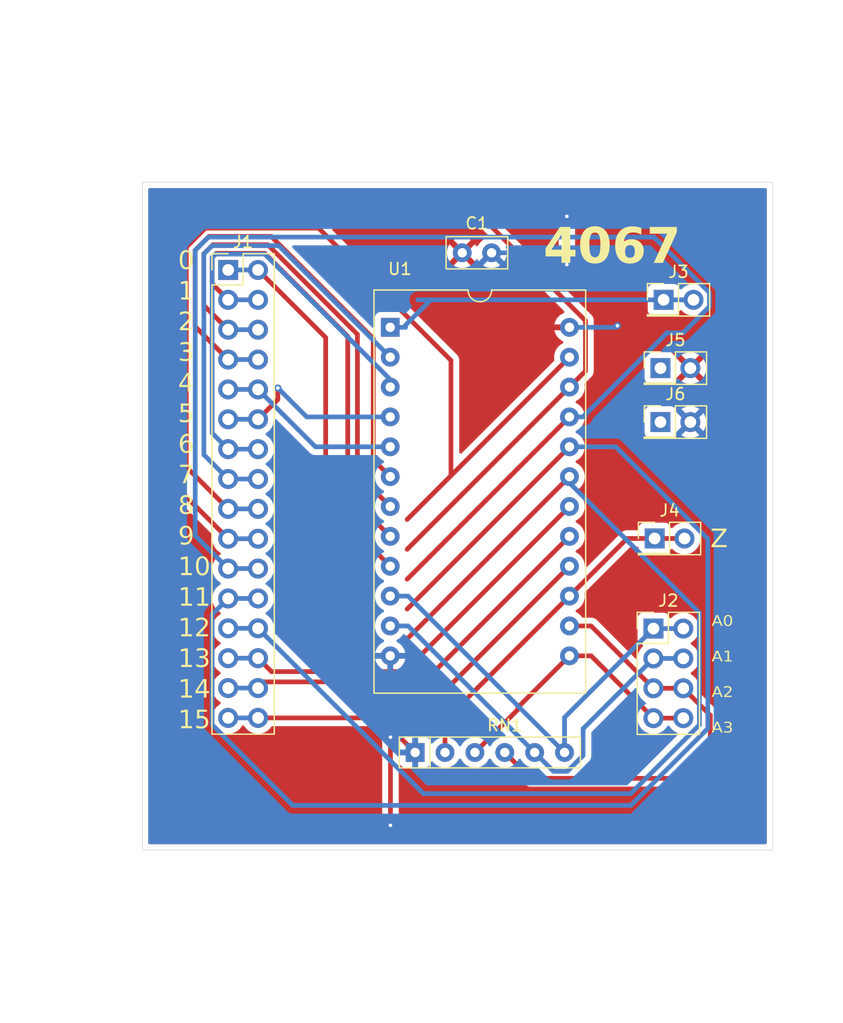
<source format=kicad_pcb>
(kicad_pcb (version 20241229) (generator "pcbnew") (generator_version "9.0")
  (layers (0 "F.Cu" signal) (2 "B.Cu" signal) (13 "F.Paste" user) (15 "B.Paste" user) (5 "F.SilkS" user "F.Silkscreen") (7 "B.SilkS" user "B.Silkscreen") (1 "F.Mask" user) (3 "B.Mask" user) (25 "Edge.Cuts" user))
  (net 0 "")
  (net 1 "GND")
  (net 2 "Net-(J1-Pin_1)")
  (net 3 "Net-(J3-Pin_1)")
  (net 4 "Net-(J4-Pin_1)")
  (net 5 "Net-(J2-Pin_1)")
  (net 6 "Net-(J2-Pin_5)")
  (net 7 "Net-(J2-Pin_3)")
  (net 8 "VCC")
  (net 9 "Net-(J1-Pin_11)")
  (net 10 "Net-(J1-Pin_3)")
  (net 11 "Net-(J1-Pin_21)")
  (net 12 "Net-(J1-Pin_25)")
  (net 13 "Net-(J1-Pin_19)")
  (net 14 "Net-(J1-Pin_23)")
  (net 15 "Net-(J1-Pin_10)")
  (net 16 "Net-(J1-Pin_31)")
  (net 17 "Net-(J1-Pin_27)")
  (net 18 "Net-(J1-Pin_29)")
  (net 19 "Net-(J1-Pin_5)")
  (net 20 "Net-(J1-Pin_15)")
  (net 21 "Net-(J1-Pin_17)")
  (net 22 "Net-(J1-Pin_13)")
  (net 23 "Net-(J1-Pin_7)")
  (net 26 "Net-(J2-Pin_7)")
  (footprint "Connector_PinHeader_2.54mm:PinHeader_2x01_P2.54mm_Vertical" (layer "F.Cu") (at 165.16 84.6)
    (property "Reference" "J4" (at 1.27 -2.38 0) (layer "F.SilkS"))
    (property "Value" "Conn_02x01")
    (fp_line (start -1.38 -1.38) (end 0 -1.38) (stroke (width 0.12)) (layer "F.SilkS"))
    (fp_line (start -1.38 0) (end -1.38 -1.38) (stroke (width 0.12)) (layer "F.SilkS"))
    (fp_line (start -1.38 1.27) (end -1.38 1.38) (stroke (width 0.12)) (layer "F.SilkS"))
    (fp_line (start -1.38 1.27) (end 1.27 1.27) (stroke (width 0.12)) (layer "F.SilkS"))
    (fp_line (start -1.38 1.38) (end 3.92 1.38) (stroke (width 0.12)) (layer "F.SilkS"))
    (fp_line (start 1.27 -1.38) (end 3.92 -1.38) (stroke (width 0.12)) (layer "F.SilkS"))
    (fp_line (start 1.27 1.27) (end 1.27 -1.38) (stroke (width 0.12)) (layer "F.SilkS"))
    (fp_line (start 3.92 -1.38) (end 3.92 1.38) (stroke (width 0.12)) (layer "F.SilkS"))
    (pad "1" thru_hole rect (at 0 0) (size 1.7 1.7) (drill 1) (layers "*.Cu" "*.Mask") (net 4 "Net-(J4-Pin_1)"))
    (pad "2" thru_hole circle (at 2.54 0) (size 1.7 1.7) (drill 1) (layers "*.Cu" "*.Mask") (net 4 "Net-(J4-Pin_1)"))
  )
  (footprint "Connector_PinHeader_2.54mm:PinHeader_2x01_P2.54mm_Vertical" (layer "F.Cu") (at 165.925 64.3)
    (property "Reference" "J3" (at 1.27 -2.38 0) (layer "F.SilkS"))
    (property "Value" "Conn_02x01")
    (fp_line (start -1.38 -1.38) (end 0 -1.38) (stroke (width 0.12)) (layer "F.SilkS"))
    (fp_line (start -1.38 0) (end -1.38 -1.38) (stroke (width 0.12)) (layer "F.SilkS"))
    (fp_line (start -1.38 1.27) (end -1.38 1.38) (stroke (width 0.12)) (layer "F.SilkS"))
    (fp_line (start -1.38 1.27) (end 1.27 1.27) (stroke (width 0.12)) (layer "F.SilkS"))
    (fp_line (start -1.38 1.38) (end 3.92 1.38) (stroke (width 0.12)) (layer "F.SilkS"))
    (fp_line (start 1.27 -1.38) (end 3.92 -1.38) (stroke (width 0.12)) (layer "F.SilkS"))
    (fp_line (start 1.27 1.27) (end 1.27 -1.38) (stroke (width 0.12)) (layer "F.SilkS"))
    (fp_line (start 3.92 -1.38) (end 3.92 1.38) (stroke (width 0.12)) (layer "F.SilkS"))
    (pad "1" thru_hole rect (at 0 0) (size 1.7 1.7) (drill 1) (layers "*.Cu" "*.Mask") (net 3 "Net-(J3-Pin_1)"))
    (pad "2" thru_hole circle (at 2.54 0) (size 1.7 1.7) (drill 1) (layers "*.Cu" "*.Mask") (net 3 "Net-(J3-Pin_1)"))
  )
  (footprint "Resistor_THT:R_Array_SIP6" (layer "F.Cu") (at 144.8 102.8)
    (property "Reference" "RN1" (at 7.62 -2.31 0) (layer "F.SilkS"))
    (property "Value" "R_Net")
    (fp_line (start 1.27 -1.31) (end 1.27 1.31) (stroke (width 0.12)) (layer "F.SilkS"))
    (fp_rect (start -1.35 -1.31) (end 14.05 1.31) (stroke (width 0.12)) (fill no) (layer "F.SilkS"))
    (pad "1" thru_hole rect (at 0 0) (size 1.6 1.6) (drill 0.8) (layers "*.Cu" "*.Mask") (net 1 "GND"))
    (pad "2" thru_hole circle (at 2.54 0) (size 1.6 1.6) (drill 0.8) (layers "*.Cu" "*.Mask") (net 4 "Net-(J4-Pin_1)"))
    (pad "3" thru_hole circle (at 5.08 0) (size 1.6 1.6) (drill 0.8) (layers "*.Cu" "*.Mask") (net 26 "Net-(J2-Pin_7)"))
    (pad "4" thru_hole circle (at 7.62 0) (size 1.6 1.6) (drill 0.8) (layers "*.Cu" "*.Mask") (net 6 "Net-(J2-Pin_5)"))
    (pad "5" thru_hole circle (at 10.16 0) (size 1.6 1.6) (drill 0.8) (layers "*.Cu" "*.Mask") (net 7 "Net-(J2-Pin_3)"))
    (pad "6" thru_hole circle (at 12.7 0) (size 1.6 1.6) (drill 0.8) (layers "*.Cu" "*.Mask") (net 5 "Net-(J2-Pin_1)"))
  )
  (footprint "Connector_PinHeader_2.54mm:PinHeader_2x04_P2.54mm_Vertical" (layer "F.Cu") (at 165.06 92.26)
    (property "Reference" "J2" (at 1.27 -2.38 0) (layer "F.SilkS"))
    (property "Value" "Conn_02x04_Odd_Even")
    (fp_line (start -1.38 -1.38) (end 0 -1.38) (stroke (width 0.12)) (layer "F.SilkS"))
    (fp_line (start -1.38 0) (end -1.38 -1.38) (stroke (width 0.12)) (layer "F.SilkS"))
    (fp_line (start -1.38 1.27) (end -1.38 9) (stroke (width 0.12)) (layer "F.SilkS"))
    (fp_line (start -1.38 1.27) (end 1.27 1.27) (stroke (width 0.12)) (layer "F.SilkS"))
    (fp_line (start -1.38 9) (end 3.92 9) (stroke (width 0.12)) (layer "F.SilkS"))
    (fp_line (start 1.27 -1.38) (end 3.92 -1.38) (stroke (width 0.12)) (layer "F.SilkS"))
    (fp_line (start 1.27 1.27) (end 1.27 -1.38) (stroke (width 0.12)) (layer "F.SilkS"))
    (fp_line (start 3.92 -1.38) (end 3.92 9) (stroke (width 0.12)) (layer "F.SilkS"))
    (pad "1" thru_hole rect (at 0 0) (size 1.7 1.7) (drill 1) (layers "*.Cu" "*.Mask") (net 5 "Net-(J2-Pin_1)"))
    (pad "2" thru_hole circle (at 2.54 0) (size 1.7 1.7) (drill 1) (layers "*.Cu" "*.Mask") (net 5 "Net-(J2-Pin_1)"))
    (pad "3" thru_hole circle (at 0 2.54) (size 1.7 1.7) (drill 1) (layers "*.Cu" "*.Mask") (net 7 "Net-(J2-Pin_3)"))
    (pad "4" thru_hole circle (at 2.54 2.54) (size 1.7 1.7) (drill 1) (layers "*.Cu" "*.Mask") (net 7 "Net-(J2-Pin_3)"))
    (pad "5" thru_hole circle (at 0 5.08) (size 1.7 1.7) (drill 1) (layers "*.Cu" "*.Mask") (net 6 "Net-(J2-Pin_5)"))
    (pad "6" thru_hole circle (at 2.54 5.08) (size 1.7 1.7) (drill 1) (layers "*.Cu" "*.Mask") (net 6 "Net-(J2-Pin_5)"))
    (pad "7" thru_hole circle (at 0 7.62) (size 1.7 1.7) (drill 1) (layers "*.Cu" "*.Mask") (net 26 "Net-(J2-Pin_7)"))
    (pad "8" thru_hole circle (at 2.54 7.62) (size 1.7 1.7) (drill 1) (layers "*.Cu" "*.Mask") (net 26 "Net-(J2-Pin_7)"))
  )
  (footprint "Connector_PinHeader_2.54mm:PinHeader_2x01_P2.54mm_Vertical" (layer "F.Cu") (at 165.66 70.11)
    (property "Reference" "J5" (at 1.27 -2.38 0) (layer "F.SilkS"))
    (property "Value" "VCC")
    (fp_line (start -1.38 -1.38) (end 0 -1.38) (stroke (width 0.12)) (layer "F.SilkS"))
    (fp_line (start -1.38 0) (end -1.38 -1.38) (stroke (width 0.12)) (layer "F.SilkS"))
    (fp_line (start -1.38 1.27) (end -1.38 1.38) (stroke (width 0.12)) (layer "F.SilkS"))
    (fp_line (start -1.38 1.27) (end 1.27 1.27) (stroke (width 0.12)) (layer "F.SilkS"))
    (fp_line (start -1.38 1.38) (end 3.92 1.38) (stroke (width 0.12)) (layer "F.SilkS"))
    (fp_line (start 1.27 -1.38) (end 3.92 -1.38) (stroke (width 0.12)) (layer "F.SilkS"))
    (fp_line (start 1.27 1.27) (end 1.27 -1.38) (stroke (width 0.12)) (layer "F.SilkS"))
    (fp_line (start 3.92 -1.38) (end 3.92 1.38) (stroke (width 0.12)) (layer "F.SilkS"))
    (pad "1" thru_hole rect (at 0 0) (size 1.7 1.7) (drill 1) (layers "*.Cu" "*.Mask"))
    (pad "2" thru_hole circle (at 2.54 0) (size 1.7 1.7) (drill 1) (layers "*.Cu" "*.Mask") (net 8 "VCC"))
  )
  (footprint "Connector_PinHeader_2.54mm:PinHeader_2x16_P2.54mm_Vertical" (layer "F.Cu") (at 128.9 61.76)
    (property "Reference" "J1" (at 1.27 -2.38 0) (layer "F.SilkS"))
    (property "Value" "Conn_02x16_Odd_Even")
    (fp_line (start -1.38 -1.38) (end 0 -1.38) (stroke (width 0.12)) (layer "F.SilkS"))
    (fp_line (start -1.38 0) (end -1.38 -1.38) (stroke (width 0.12)) (layer "F.SilkS"))
    (fp_line (start -1.38 1.27) (end -1.38 39.48) (stroke (width 0.12)) (layer "F.SilkS"))
    (fp_line (start -1.38 1.27) (end 1.27 1.27) (stroke (width 0.12)) (layer "F.SilkS"))
    (fp_line (start -1.38 39.48) (end 3.92 39.48) (stroke (width 0.12)) (layer "F.SilkS"))
    (fp_line (start 1.27 -1.38) (end 3.92 -1.38) (stroke (width 0.12)) (layer "F.SilkS"))
    (fp_line (start 1.27 1.27) (end 1.27 -1.38) (stroke (width 0.12)) (layer "F.SilkS"))
    (fp_line (start 3.92 -1.38) (end 3.92 39.48) (stroke (width 0.12)) (layer "F.SilkS"))
    (pad "1" thru_hole rect (at 0 0) (size 1.7 1.7) (drill 1) (layers "*.Cu" "*.Mask") (net 2 "Net-(J1-Pin_1)"))
    (pad "2" thru_hole circle (at 2.54 0) (size 1.7 1.7) (drill 1) (layers "*.Cu" "*.Mask") (net 2 "Net-(J1-Pin_1)"))
    (pad "3" thru_hole circle (at 0 2.54) (size 1.7 1.7) (drill 1) (layers "*.Cu" "*.Mask") (net 10 "Net-(J1-Pin_3)"))
    (pad "4" thru_hole circle (at 2.54 2.54) (size 1.7 1.7) (drill 1) (layers "*.Cu" "*.Mask") (net 10 "Net-(J1-Pin_3)"))
    (pad "5" thru_hole circle (at 0 5.08) (size 1.7 1.7) (drill 1) (layers "*.Cu" "*.Mask") (net 19 "Net-(J1-Pin_5)"))
    (pad "6" thru_hole circle (at 2.54 5.08) (size 1.7 1.7) (drill 1) (layers "*.Cu" "*.Mask") (net 19 "Net-(J1-Pin_5)"))
    (pad "7" thru_hole circle (at 0 7.62) (size 1.7 1.7) (drill 1) (layers "*.Cu" "*.Mask") (net 23 "Net-(J1-Pin_7)"))
    (pad "8" thru_hole circle (at 2.54 7.62) (size 1.7 1.7) (drill 1) (layers "*.Cu" "*.Mask") (net 23 "Net-(J1-Pin_7)"))
    (pad "9" thru_hole circle (at 0 10.16) (size 1.7 1.7) (drill 1) (layers "*.Cu" "*.Mask") (net 15 "Net-(J1-Pin_10)"))
    (pad "10" thru_hole circle (at 2.54 10.16) (size 1.7 1.7) (drill 1) (layers "*.Cu" "*.Mask") (net 15 "Net-(J1-Pin_10)"))
    (pad "11" thru_hole circle (at 0 12.7) (size 1.7 1.7) (drill 1) (layers "*.Cu" "*.Mask") (net 9 "Net-(J1-Pin_11)"))
    (pad "12" thru_hole circle (at 2.54 12.7) (size 1.7 1.7) (drill 1) (layers "*.Cu" "*.Mask") (net 9 "Net-(J1-Pin_11)"))
    (pad "13" thru_hole circle (at 0 15.24) (size 1.7 1.7) (drill 1) (layers "*.Cu" "*.Mask") (net 22 "Net-(J1-Pin_13)"))
    (pad "14" thru_hole circle (at 2.54 15.24) (size 1.7 1.7) (drill 1) (layers "*.Cu" "*.Mask") (net 22 "Net-(J1-Pin_13)"))
    (pad "15" thru_hole circle (at 0 17.78) (size 1.7 1.7) (drill 1) (layers "*.Cu" "*.Mask") (net 20 "Net-(J1-Pin_15)"))
    (pad "16" thru_hole circle (at 2.54 17.78) (size 1.7 1.7) (drill 1) (layers "*.Cu" "*.Mask") (net 20 "Net-(J1-Pin_15)"))
    (pad "17" thru_hole circle (at 0 20.32) (size 1.7 1.7) (drill 1) (layers "*.Cu" "*.Mask") (net 21 "Net-(J1-Pin_17)"))
    (pad "18" thru_hole circle (at 2.54 20.32) (size 1.7 1.7) (drill 1) (layers "*.Cu" "*.Mask") (net 21 "Net-(J1-Pin_17)"))
    (pad "19" thru_hole circle (at 0 22.86) (size 1.7 1.7) (drill 1) (layers "*.Cu" "*.Mask") (net 13 "Net-(J1-Pin_19)"))
    (pad "20" thru_hole circle (at 2.54 22.86) (size 1.7 1.7) (drill 1) (layers "*.Cu" "*.Mask") (net 13 "Net-(J1-Pin_19)"))
    (pad "21" thru_hole circle (at 0 25.4) (size 1.7 1.7) (drill 1) (layers "*.Cu" "*.Mask") (net 11 "Net-(J1-Pin_21)"))
    (pad "22" thru_hole circle (at 2.54 25.4) (size 1.7 1.7) (drill 1) (layers "*.Cu" "*.Mask") (net 11 "Net-(J1-Pin_21)"))
    (pad "23" thru_hole circle (at 0 27.94) (size 1.7 1.7) (drill 1) (layers "*.Cu" "*.Mask") (net 14 "Net-(J1-Pin_23)"))
    (pad "24" thru_hole circle (at 2.54 27.94) (size 1.7 1.7) (drill 1) (layers "*.Cu" "*.Mask") (net 14 "Net-(J1-Pin_23)"))
    (pad "25" thru_hole circle (at 0 30.48) (size 1.7 1.7) (drill 1) (layers "*.Cu" "*.Mask") (net 12 "Net-(J1-Pin_25)"))
    (pad "26" thru_hole circle (at 2.54 30.48) (size 1.7 1.7) (drill 1) (layers "*.Cu" "*.Mask") (net 12 "Net-(J1-Pin_25)"))
    (pad "27" thru_hole circle (at 0 33.02) (size 1.7 1.7) (drill 1) (layers "*.Cu" "*.Mask") (net 17 "Net-(J1-Pin_27)"))
    (pad "28" thru_hole circle (at 2.54 33.02) (size 1.7 1.7) (drill 1) (layers "*.Cu" "*.Mask") (net 17 "Net-(J1-Pin_27)"))
    (pad "29" thru_hole circle (at 0 35.56) (size 1.7 1.7) (drill 1) (layers "*.Cu" "*.Mask") (net 18 "Net-(J1-Pin_29)"))
    (pad "30" thru_hole circle (at 2.54 35.56) (size 1.7 1.7) (drill 1) (layers "*.Cu" "*.Mask") (net 18 "Net-(J1-Pin_29)"))
    (pad "31" thru_hole circle (at 0 38.1) (size 1.7 1.7) (drill 1) (layers "*.Cu" "*.Mask") (net 16 "Net-(J1-Pin_31)"))
    (pad "32" thru_hole circle (at 2.54 38.1) (size 1.7 1.7) (drill 1) (layers "*.Cu" "*.Mask") (net 16 "Net-(J1-Pin_31)"))
  )
  (footprint "Package_DIP:DIP-24_18.0mmx34.29mm_W15.24mm" (layer "F.Cu") (at 142.68 66.64)
    (property "Reference" "U1" (at 0.82 -4.97 0) (layer "F.SilkS"))
    (property "Value" "CD4067")
    (fp_line (start -1.38 -3.175) (end -1.38 31.115) (stroke (width 0.12)) (layer "F.SilkS"))
    (fp_line (start -1.38 31.115) (end 16.62 31.115) (stroke (width 0.12)) (layer "F.SilkS"))
    (fp_line (start 6.62 -3.175) (end -1.38 -3.175) (stroke (width 0.12)) (layer "F.SilkS"))
    (fp_line (start 16.62 -3.175) (end 8.62 -3.175) (stroke (width 0.12)) (layer "F.SilkS"))
    (fp_line (start 16.62 31.115) (end 16.62 -3.175) (stroke (width 0.12)) (layer "F.SilkS"))
    (fp_arc (start 8.62 -3.175) (mid 7.62 -2.175) (end 6.62 -3.175) (stroke (width 0.12)) (layer "F.SilkS"))
    (pad "1" thru_hole rect (at 0 0) (size 1.6 1.6) (drill 0.8) (layers "*.Cu" "*.Mask") (net 3 "Net-(J3-Pin_1)"))
    (pad "2" thru_hole oval (at 0 2.54) (size 1.6 1.6) (drill 0.8) (layers "*.Cu" "*.Mask") (net 20 "Net-(J1-Pin_15)"))
    (pad "3" thru_hole oval (at 0 5.08) (size 1.6 1.6) (drill 0.8) (layers "*.Cu" "*.Mask") (net 22 "Net-(J1-Pin_13)"))
    (pad "4" thru_hole oval (at 0 7.62) (size 1.6 1.6) (drill 0.8) (layers "*.Cu" "*.Mask") (net 9 "Net-(J1-Pin_11)"))
    (pad "5" thru_hole oval (at 0 10.16) (size 1.6 1.6) (drill 0.8) (layers "*.Cu" "*.Mask") (net 15 "Net-(J1-Pin_10)"))
    (pad "6" thru_hole oval (at 0 12.7) (size 1.6 1.6) (drill 0.8) (layers "*.Cu" "*.Mask") (net 23 "Net-(J1-Pin_7)"))
    (pad "7" thru_hole oval (at 0 15.24) (size 1.6 1.6) (drill 0.8) (layers "*.Cu" "*.Mask") (net 19 "Net-(J1-Pin_5)"))
    (pad "8" thru_hole oval (at 0 17.78) (size 1.6 1.6) (drill 0.8) (layers "*.Cu" "*.Mask") (net 10 "Net-(J1-Pin_3)"))
    (pad "9" thru_hole oval (at 0 20.32) (size 1.6 1.6) (drill 0.8) (layers "*.Cu" "*.Mask") (net 2 "Net-(J1-Pin_1)"))
    (pad "10" thru_hole oval (at 0 22.86) (size 1.6 1.6) (drill 0.8) (layers "*.Cu" "*.Mask") (net 5 "Net-(J2-Pin_1)"))
    (pad "11" thru_hole oval (at 0 25.4) (size 1.6 1.6) (drill 0.8) (layers "*.Cu" "*.Mask") (net 7 "Net-(J2-Pin_3)"))
    (pad "12" thru_hole oval (at 0 27.94) (size 1.6 1.6) (drill 0.8) (layers "*.Cu" "*.Mask") (net 1 "GND"))
    (pad "13" thru_hole oval (at 15.24 27.94) (size 1.6 1.6) (drill 0.8) (layers "*.Cu" "*.Mask") (net 26 "Net-(J2-Pin_7)"))
    (pad "14" thru_hole oval (at 15.24 25.4) (size 1.6 1.6) (drill 0.8) (layers "*.Cu" "*.Mask") (net 6 "Net-(J2-Pin_5)"))
    (pad "15" thru_hole oval (at 15.24 22.86) (size 1.6 1.6) (drill 0.8) (layers "*.Cu" "*.Mask") (net 4 "Net-(J4-Pin_1)"))
    (pad "16" thru_hole oval (at 15.24 20.32) (size 1.6 1.6) (drill 0.8) (layers "*.Cu" "*.Mask") (net 16 "Net-(J1-Pin_31)"))
    (pad "17" thru_hole oval (at 15.24 17.78) (size 1.6 1.6) (drill 0.8) (layers "*.Cu" "*.Mask") (net 18 "Net-(J1-Pin_29)"))
    (pad "18" thru_hole oval (at 15.24 15.24) (size 1.6 1.6) (drill 0.8) (layers "*.Cu" "*.Mask") (net 17 "Net-(J1-Pin_27)"))
    (pad "19" thru_hole oval (at 15.24 12.7) (size 1.6 1.6) (drill 0.8) (layers "*.Cu" "*.Mask") (net 12 "Net-(J1-Pin_25)"))
    (pad "20" thru_hole oval (at 15.24 10.16) (size 1.6 1.6) (drill 0.8) (layers "*.Cu" "*.Mask") (net 14 "Net-(J1-Pin_23)"))
    (pad "21" thru_hole oval (at 15.24 7.62) (size 1.6 1.6) (drill 0.8) (layers "*.Cu" "*.Mask") (net 11 "Net-(J1-Pin_21)"))
    (pad "22" thru_hole oval (at 15.24 5.08) (size 1.6 1.6) (drill 0.8) (layers "*.Cu" "*.Mask") (net 13 "Net-(J1-Pin_19)"))
    (pad "23" thru_hole oval (at 15.24 2.54) (size 1.6 1.6) (drill 0.8) (layers "*.Cu" "*.Mask") (net 21 "Net-(J1-Pin_17)"))
    (pad "24" thru_hole oval (at 15.24 0) (size 1.6 1.6) (drill 0.8) (layers "*.Cu" "*.Mask") (net 8 "VCC"))
  )
  (footprint "Capacitor_THT:C_Disc_D5.0mm_W2.5mm_P2.50mm" (layer "F.Cu") (at 148.8 60.3)
    (property "Reference" "C1" (at 1.25 -2.5 0) (layer "F.SilkS"))
    (property "Value" "100n")
    (fp_line (start -1.37 -1.37) (end 3.87 -1.37) (stroke (width 0.12)) (layer "F.SilkS"))
    (fp_line (start -1.37 1.37) (end -1.37 -1.37) (stroke (width 0.12)) (layer "F.SilkS"))
    (fp_line (start 3.87 -1.37) (end 3.87 1.37) (stroke (width 0.12)) (layer "F.SilkS"))
    (fp_line (start 3.87 1.37) (end -1.37 1.37) (stroke (width 0.12)) (layer "F.SilkS"))
    (pad "1" thru_hole circle (at 0 0) (size 1.6 1.6) (drill 0.8) (layers "*.Cu" "*.Mask") (net 8 "VCC"))
    (pad "2" thru_hole circle (at 2.5 0) (size 1.6 1.6) (drill 0.8) (layers "*.Cu" "*.Mask") (net 1 "GND"))
  )
  (footprint "Connector_PinHeader_2.54mm:PinHeader_2x01_P2.54mm_Vertical" (layer "F.Cu") (at 165.66 74.7)
    (property "Reference" "J6" (at 1.27 -2.38 0) (layer "F.SilkS"))
    (property "Value" "GND")
    (fp_line (start -1.38 -1.38) (end 0 -1.38) (stroke (width 0.12)) (layer "F.SilkS"))
    (fp_line (start -1.38 0) (end -1.38 -1.38) (stroke (width 0.12)) (layer "F.SilkS"))
    (fp_line (start -1.38 1.27) (end -1.38 1.38) (stroke (width 0.12)) (layer "F.SilkS"))
    (fp_line (start -1.38 1.27) (end 1.27 1.27) (stroke (width 0.12)) (layer "F.SilkS"))
    (fp_line (start -1.38 1.38) (end 3.92 1.38) (stroke (width 0.12)) (layer "F.SilkS"))
    (fp_line (start 1.27 -1.38) (end 3.92 -1.38) (stroke (width 0.12)) (layer "F.SilkS"))
    (fp_line (start 1.27 1.27) (end 1.27 -1.38) (stroke (width 0.12)) (layer "F.SilkS"))
    (fp_line (start 3.92 -1.38) (end 3.92 1.38) (stroke (width 0.12)) (layer "F.SilkS"))
    (pad "1" thru_hole rect (at 0 0) (size 1.7 1.7) (drill 1) (layers "*.Cu" "*.Mask"))
    (pad "2" thru_hole circle (at 2.54 0) (size 1.7 1.7) (drill 1) (layers "*.Cu" "*.Mask") (net 1 "GND"))
  )
  (gr_rect (start 121.6 54.3) (end 175.2 111.1) (stroke (width 0.05)) (fill no) (layer "Edge.Cuts"))
  (gr_text "0\n1\n2\n3\n4\n5\n6\n7\n8\n9\n10\n11\n12\n13\n14\n15" (at 124.64 101 0) (layer "F.SilkS") (effects (font (size 1.55 1.55) (thickness 0.1)) (justify left bottom)))
  (gr_text "Z" (at 169.9 85.6 0) (layer "F.SilkS") (effects (font (size 1.55 1.55) (thickness 0.1)) (justify left bottom)))
  (gr_text "A0\n\nA1\n\nA2\n\nA3\n" (at 170 101.26 0) (layer "F.SilkS") (effects (font (size 0.9 1) (thickness 0.1)) (justify left bottom)))
  (gr_text "4067" (at 155.7 61.67 0) (layer "F.SilkS") (effects (font (size 3 3) (thickness 0.31) (bold yes)) (justify left bottom)))
  (segment (start 143.5 101.5) (end 144.8 102.8) (width 0.4) (layer "F.Cu") (net 1))
  (segment (start 142.7 101.5) (end 143.5 101.5) (width 0.4) (layer "F.Cu") (net 1))
  (segment (start 142.7 109) (end 142.7 101.5) (width 0.4) (layer "F.Cu") (net 1))
  (segment (start 157.7 57.2) (end 157.7 61.3) (width 0.4) (layer "F.Cu") (net 1))
  (via (at 157.7 57.2) (size 0.6) (drill 0.3) (layers "F.Cu" "B.Cu") (net 1))
  (via (at 142.7 101.5) (size 0.6) (drill 0.3) (layers "F.Cu" "B.Cu") (net 1))
  (via (at 142.7 109) (size 0.6) (drill 0.3) (layers "F.Cu" "B.Cu") (net 1))
  (via (at 157.7 61.3) (size 0.6) (drill 0.3) (layers "F.Cu" "B.Cu") (net 1))
  (segment (start 170.383 101.052764) (end 162.435764 109) (width 0.4) (layer "B.Cu") (net 1))
  (segment (start 162.435764 109) (end 142.7 109) (width 0.4) (layer "B.Cu") (net 1))
  (segment (start 170.383 76.883) (end 170.383 101.052764) (width 0.4) (layer "B.Cu") (net 1))
  (segment (start 156.7 60.3) (end 151.3 60.3) (width 0.4) (layer "B.Cu") (net 1))
  (segment (start 157.7 61.3) (end 156.7 60.3) (width 0.4) (layer "B.Cu") (net 1))
  (segment (start 168.2 74.7) (end 170.5237 72.3763) (width 0.4) (layer "B.Cu") (net 1))
  (segment (start 164.328664 57.2) (end 157.7 57.2) (width 0.4) (layer "B.Cu") (net 1))
  (segment (start 142.68 101.48) (end 142.7 101.5) (width 0.4) (layer "B.Cu") (net 1))
  (segment (start 170.5237 63.395036) (end 164.328664 57.2) (width 0.4) (layer "B.Cu") (net 1))
  (segment (start 170.5237 72.3763) (end 170.5237 63.395036) (width 0.4) (layer "B.Cu") (net 1))
  (segment (start 142.68 94.58) (end 142.68 101.48) (width 0.4) (layer "B.Cu") (net 1))
  (segment (start 168.2 74.7) (end 170.383 76.883) (width 0.4) (layer "B.Cu") (net 1))
  (segment (start 131.44 61.76) (end 137.1923 67.5123) (width 0.4) (layer "F.Cu") (net 2))
  (segment (start 137.1923 67.5123) (end 137.1923 81.4723) (width 0.4) (layer "F.Cu") (net 2))
  (segment (start 137.1923 81.4723) (end 142.68 86.96) (width 0.4) (layer "F.Cu") (net 2))
  (segment (start 128.9 61.76) (end 131.44 61.76) (width 0.4) (layer "B.Cu") (net 2))
  (segment (start 168.465 64.3) (end 150.995 64.3) (width 0.4) (layer "B.Cu") (net 3))
  (segment (start 150.995 64.3) (end 146.1329 64.3) (width 0.4) (layer "B.Cu") (net 3))
  (segment (start 146.1329 64.3) (end 145.02 64.3) (width 0.4) (layer "B.Cu") (net 3))
  (segment (start 146.1329 64.3) (end 143.9817 66.4512) (width 0.4) (layer "B.Cu") (net 3))
  (segment (start 142.68 66.64) (end 143.9817 66.64) (width 0.4) (layer "B.Cu") (net 3))
  (segment (start 143.9817 66.4512) (end 143.9817 66.64) (width 0.4) (layer "B.Cu") (net 3))
  (segment (start 165.925 64.3) (end 168.465 64.3) (width 0.4) (layer "B.Cu") (net 3))
  (segment (start 167.7 84.6) (end 165.16 84.6) (width 0.4) (layer "F.Cu") (net 4))
  (segment (start 162.82 84.6) (end 157.92 89.5) (width 0.4) (layer "F.Cu") (net 4))
  (segment (start 165.16 84.6) (end 162.82 84.6) (width 0.4) (layer "F.Cu") (net 4))
  (segment (start 157.92 89.5) (end 147.34 100.08) (width 0.4) (layer "F.Cu") (net 4))
  (segment (start 147.34 100.08) (end 147.34 102.8) (width 0.4) (layer "F.Cu") (net 4))
  (segment (start 157.5 99.82) (end 157.5 102.8) (width 0.4) (layer "B.Cu") (net 5))
  (segment (start 167.6 92.26) (end 165.06 92.26) (width 0.4) (layer "B.Cu") (net 5))
  (segment (start 165.06 92.26) (end 157.5 99.82) (width 0.4) (layer "B.Cu") (net 5))
  (segment (start 142.68 89.5) (end 144.2 89.5) (width 0.4) (layer "B.Cu") (net 5))
  (segment (start 144.2 89.5) (end 157.5 102.8) (width 0.4) (layer "B.Cu") (net 5))
  (segment (start 157.92 92.04) (end 159.76 92.04) (width 0.4) (layer "F.Cu") (net 6))
  (segment (start 169.9 102.3) (end 167.2 105) (width 0.4) (layer "F.Cu") (net 6))
  (segment (start 165.06 97.34) (end 167.6 97.34) (width 0.4) (layer "F.Cu") (net 6))
  (segment (start 167.6 97.34) (end 169.9 99.64) (width 0.4) (layer "F.Cu") (net 6))
  (segment (start 154.62 105) (end 152.42 102.8) (width 0.4) (layer "F.Cu") (net 6))
  (segment (start 169.9 99.64) (end 169.9 102.3) (width 0.4) (layer "F.Cu") (net 6))
  (segment (start 167.2 105) (end 154.62 105) (width 0.4) (layer "F.Cu") (net 6))
  (segment (start 159.76 92.04) (end 165.06 97.34) (width 0.4) (layer "F.Cu") (net 6))
  (segment (start 167.6 94.8) (end 165.06 94.8) (width 0.4) (layer "B.Cu") (net 7))
  (segment (start 156.56 104.4) (end 154.96 102.8) (width 0.4) (layer "B.Cu") (net 7))
  (segment (start 159.08 103.059892) (end 159.08 100.78) (width 0.4) (layer "B.Cu") (net 7))
  (segment (start 142.68 92.04) (end 144.2 92.04) (width 0.4) (layer "B.Cu") (net 7))
  (segment (start 165.06 94.8) (end 159.08 100.78) (width 0.4) (layer "B.Cu") (net 7))
  (segment (start 157.739892 104.4) (end 159.08 103.059892) (width 0.4) (layer "B.Cu") (net 7))
  (segment (start 156.56 104.4) (end 157.739892 104.4) (width 0.4) (layer "B.Cu") (net 7))
  (segment (start 144.2 92.04) (end 154.96 102.8) (width 0.4) (layer "B.Cu") (net 7))
  (segment (start 164.59 66.5) (end 168.2 70.11) (width 0.4) (layer "F.Cu") (net 8))
  (segment (start 162 66.5) (end 164.59 66.5) (width 0.4) (layer "F.Cu") (net 8))
  (via (at 162 66.5) (size 0.6) (drill 0.3) (layers "F.Cu" "B.Cu") (net 8))
  (segment (start 161.86 66.64) (end 162 66.5) (width 0.4) (layer "B.Cu") (net 8))
  (segment (start 157.92 66.64) (end 161.86 66.64) (width 0.4) (layer "B.Cu") (net 8))
  (segment (start 133.1228 72.7772) (end 133.1228 71.8015) (width 0.4) (layer "F.Cu") (net 9))
  (segment (start 131.44 74.46) (end 133.1228 72.7772) (width 0.4) (layer "F.Cu") (net 9))
  (via (at 133.1228 71.8015) (size 0.6) (drill 0.3) (layers "F.Cu" "B.Cu") (net 9))
  (segment (start 129.3803 74.46) (end 129.463 74.46) (width 0.4) (layer "B.Cu") (net 9))
  (segment (start 129.463 74.46) (end 131.44 74.46) (width 0.4) (layer "B.Cu") (net 9))
  (segment (start 135.5813 74.26) (end 142.68 74.26) (width 0.4) (layer "B.Cu") (net 9))
  (segment (start 128.9 74.46) (end 129.3803 74.46) (width 0.4) (layer "B.Cu") (net 9))
  (segment (start 133.1228 71.8015) (end 135.5813 74.26) (width 0.4) (layer "B.Cu") (net 9))
  (segment (start 139.0672 67.406) (end 139.0672 80.8072) (width 0.4) (layer "F.Cu") (net 10))
  (segment (start 127.5402 62.9402) (end 127.5402 60.7034) (width 0.4) (layer "F.Cu") (net 10))
  (segment (start 127.8993 60.3443) (end 132.0055 60.3443) (width 0.4) (layer "F.Cu") (net 10))
  (segment (start 128.9 64.3) (end 127.5402 62.9402) (width 0.4) (layer "F.Cu") (net 10))
  (segment (start 139.0672 80.8072) (end 142.68 84.42) (width 0.4) (layer "F.Cu") (net 10))
  (segment (start 132.0055 60.3443) (end 139.0672 67.406) (width 0.4) (layer "F.Cu") (net 10))
  (segment (start 127.5402 60.7034) (end 127.8993 60.3443) (width 0.4) (layer "F.Cu") (net 10))
  (segment (start 131.44 64.3) (end 128.9 64.3) (width 0.4) (layer "B.Cu") (net 10))
  (segment (start 157.92 74.26) (end 144.119 88.061) (width 0.4) (layer "F.Cu") (net 11))
  (segment (start 131.44 87.16) (end 128.9 87.16) (width 0.4) (layer "B.Cu") (net 11))
  (segment (start 126.0993 84.3593) (end 128.9 87.16) (width 0.4) (layer "B.Cu") (net 11))
  (segment (start 157.92 74.26) (end 159.2217 74.26) (width 0.4) (layer "B.Cu") (net 11))
  (segment (start 166.2123 67.1067) (end 167.5849 67.1067) (width 0.4) (layer "B.Cu") (net 11))
  (segment (start 159.2217 74.0973) (end 166.2123 67.1067) (width 0.4) (layer "B.Cu") (net 11))
  (segment (start 126.0993 60.0885) (end 126.0993 84.3593) (width 0.4) (layer "B.Cu") (net 11))
  (segment (start 169.8227 63.6854) (end 165.1032 58.9659) (width 0.4) (layer "B.Cu") (net 11))
  (segment (start 165.1032 58.9659) (end 127.2219 58.9659) (width 0.4) (layer "B.Cu") (net 11))
  (segment (start 167.5849 67.1067) (end 169.8227 64.8689) (width 0.4) (layer "B.Cu") (net 11))
  (segment (start 169.8227 64.8689) (end 169.8227 63.6854) (width 0.4) (layer "B.Cu") (net 11))
  (segment (start 127.2219 58.9659) (end 126.0993 60.0885) (width 0.4) (layer "B.Cu") (net 11))
  (segment (start 159.2217 74.26) (end 159.2217 74.0973) (width 0.4) (layer "B.Cu") (net 11))
  (segment (start 157.92 79.34) (end 144.119 93.141) (width 0.4) (layer "F.Cu") (net 12))
  (segment (start 157.92 79.34) (end 157.92 79.8681) (width 0.4) (layer "B.Cu") (net 12))
  (segment (start 168.9684 100.454) (end 163.1224 106.3) (width 0.4) (layer "B.Cu") (net 12))
  (segment (start 163.1224 106.3) (end 145.5 106.3) (width 0.4) (layer "B.Cu") (net 12))
  (segment (start 168.9684 90.9165) (end 168.9684 100.454) (width 0.4) (layer "B.Cu") (net 12))
  (segment (start 157.92 79.8681) (end 168.9684 90.9165) (width 0.4) (layer "B.Cu") (net 12))
  (segment (start 145.5 106.3) (end 131.44 92.24) (width 0.4) (layer "B.Cu") (net 12))
  (segment (start 128.9 92.24) (end 131.44 92.24) (width 0.4) (layer "B.Cu") (net 12))
  (segment (start 159.2817 70.3583) (end 157.92 71.72) (width 0.4) (layer "F.Cu") (net 13))
  (segment (start 124.5969 59.5336) (end 126.6465 57.484) (width 0.4) (layer "F.Cu") (net 13))
  (segment (start 150.6921 57.484) (end 159.2817 66.0736) (width 0.4) (layer "F.Cu") (net 13))
  (segment (start 159.2817 66.0736) (end 159.2817 70.3583) (width 0.4) (layer "F.Cu") (net 13))
  (segment (start 157.92 71.72) (end 144.119 85.521) (width 0.4) (layer "F.Cu") (net 13))
  (segment (start 128.9 84.62) (end 124.5969 80.3169) (width 0.4) (layer "F.Cu") (net 13))
  (segment (start 126.6465 57.484) (end 150.6921 57.484) (width 0.4) (layer "F.Cu") (net 13))
  (segment (start 124.5969 80.3169) (end 124.5969 59.5336) (width 0.4) (layer "F.Cu") (net 13))
  (segment (start 128.9 84.62) (end 131.44 84.62) (width 0.4) (layer "B.Cu") (net 13))
  (segment (start 157.92 76.8) (end 144.119 90.601) (width 0.4) (layer "F.Cu") (net 14))
  (segment (start 163.1444 107.3) (end 134.4002 107.3) (width 0.4) (layer "B.Cu") (net 14))
  (segment (start 127.5393 100.4391) (end 127.5393 91.0607) (width 0.4) (layer "B.Cu") (net 14))
  (segment (start 169.682 100.7624) (end 163.1444 107.3) (width 0.4) (layer "B.Cu") (net 14))
  (segment (start 128.9 89.7) (end 131.44 89.7) (width 0.4) (layer "B.Cu") (net 14))
  (segment (start 169.682 84.6314) (end 169.682 100.7624) (width 0.4) (layer "B.Cu") (net 14))
  (segment (start 127.5393 91.0607) (end 128.9 89.7) (width 0.4) (layer "B.Cu") (net 14))
  (segment (start 134.4002 107.3) (end 127.5393 100.4391) (width 0.4) (layer "B.Cu") (net 14))
  (segment (start 157.92 76.8) (end 161.8506 76.8) (width 0.4) (layer "B.Cu") (net 14))
  (segment (start 161.8506 76.8) (end 169.682 84.6314) (width 0.4) (layer "B.Cu") (net 14))
  (segment (start 128.9 71.92) (end 131.44 71.92) (width 0.4) (layer "B.Cu") (net 15))
  (segment (start 142.68 76.8) (end 136.32 76.8) (width 0.4) (layer "B.Cu") (net 15))
  (segment (start 136.32 76.8) (end 131.44 71.92) (width 0.4) (layer "B.Cu") (net 15))
  (segment (start 157.92 86.96) (end 145.02 99.86) (width 0.4) (layer "F.Cu") (net 16))
  (segment (start 131.44 99.86) (end 145.02 99.86) (width 0.4) (layer "F.Cu") (net 16))
  (segment (start 128.9 99.86) (end 131.44 99.86) (width 0.4) (layer "B.Cu") (net 16))
  (segment (start 131.44 94.78) (end 132.5818 95.9218) (width 0.4) (layer "F.Cu") (net 17))
  (segment (start 132.5818 95.9218) (end 143.8782 95.9218) (width 0.4) (layer "F.Cu") (net 17))
  (segment (start 143.8782 95.9218) (end 144.119 95.681) (width 0.4) (layer "F.Cu") (net 17))
  (segment (start 157.92 81.88) (end 144.119 95.681) (width 0.4) (layer "F.Cu") (net 17))
  (segment (start 131.44 94.78) (end 128.9 94.78) (width 0.4) (layer "B.Cu") (net 17))
  (segment (start 157.92 84.42) (end 145.5441 96.7959) (width 0.4) (layer "F.Cu") (net 18))
  (segment (start 131.9641 96.7959) (end 131.44 97.32) (width 0.4) (layer "F.Cu") (net 18))
  (segment (start 145.5441 96.7959) (end 145.02 97.32) (width 0.4) (layer "F.Cu") (net 18))
  (segment (start 145.5441 96.7959) (end 131.9641 96.7959) (width 0.4) (layer "F.Cu") (net 18))
  (segment (start 131.44 97.32) (end 128.9 97.32) (width 0.4) (layer "B.Cu") (net 18))
  (segment (start 132.2668 59.6126) (end 139.8905 67.2363) (width 0.4) (layer "F.Cu") (net 19))
  (segment (start 126.8343 60.3889) (end 127.6106 59.6126) (width 0.4) (layer "F.Cu") (net 19))
  (segment (start 127.6106 59.6126) (end 132.2668 59.6126) (width 0.4) (layer "F.Cu") (net 19))
  (segment (start 128.9 66.84) (end 126.8343 64.7743) (width 0.4) (layer "F.Cu") (net 19))
  (segment (start 139.8905 79.0905) (end 142.68 81.88) (width 0.4) (layer "F.Cu") (net 19))
  (segment (start 139.8905 67.2363) (end 139.8905 79.0905) (width 0.4) (layer "F.Cu") (net 19))
  (segment (start 126.8343 64.7743) (end 126.8343 60.3889) (width 0.4) (layer "F.Cu") (net 19))
  (segment (start 128.9 66.84) (end 130.3216 66.84) (width 0.4) (layer "B.Cu") (net 19))
  (segment (start 130.3216 66.84) (end 131.44 66.84) (width 0.4) (layer "B.Cu") (net 19))
  (segment (start 128.9 79.54) (end 126.8341 77.4741) (width 0.4) (layer "B.Cu") (net 20))
  (segment (start 128.9 79.54) (end 131.44 79.54) (width 0.4) (layer "B.Cu") (net 20))
  (segment (start 127.5399 59.6939) (end 133.1939 59.6939) (width 0.4) (layer "B.Cu") (net 20))
  (segment (start 126.8341 77.4741) (end 126.8341 60.3997) (width 0.4) (layer "B.Cu") (net 20))
  (segment (start 126.8341 60.3997) (end 127.5399 59.6939) (width 0.4) (layer "B.Cu") (net 20))
  (segment (start 133.1939 59.6939) (end 142.68 69.18) (width 0.4) (layer "B.Cu") (net 20))
  (segment (start 128.9 82.08) (end 125.3428 78.5228) (width 0.4) (layer "F.Cu") (net 21))
  (segment (start 147.8446 79.2554) (end 144.119 82.981) (width 0.4) (layer "F.Cu") (net 21))
  (segment (start 125.3428 78.5228) (end 125.3428 59.8221) (width 0.4) (layer "F.Cu") (net 21))
  (segment (start 151.5701 75.5299) (end 147.8446 79.2554) (width 0.4) (layer "F.Cu") (net 21))
  (segment (start 125.3428 59.8221) (end 126.964 58.2009) (width 0.4) (layer "F.Cu") (net 21))
  (segment (start 157.92 69.18) (end 151.5701 75.5299) (width 0.4) (layer "F.Cu") (net 21))
  (segment (start 136.5927 58.2009) (end 147.8446 69.4528) (width 0.4) (layer "F.Cu") (net 21))
  (segment (start 126.964 58.2009) (end 136.5927 58.2009) (width 0.4) (layer "F.Cu") (net 21))
  (segment (start 147.8446 69.4528) (end 147.8446 79.2554) (width 0.4) (layer "F.Cu") (net 21))
  (segment (start 128.9 82.08) (end 131.44 82.08) (width 0.4) (layer "B.Cu") (net 21))
  (segment (start 142.68 71.0783) (end 142.68 71.72) (width 0.4) (layer "B.Cu") (net 22))
  (segment (start 132.01 60.4083) (end 142.68 71.0783) (width 0.4) (layer "B.Cu") (net 22))
  (segment (start 127.5401 60.693) (end 127.8248 60.4083) (width 0.4) (layer "B.Cu") (net 22))
  (segment (start 128.9 77) (end 127.5401 75.6401) (width 0.4) (layer "B.Cu") (net 22))
  (segment (start 127.5401 75.6401) (end 127.5401 60.693) (width 0.4) (layer "B.Cu") (net 22))
  (segment (start 131.44 77) (end 128.9 77) (width 0.4) (layer "B.Cu") (net 22))
  (segment (start 127.8248 60.4083) (end 132.01 60.4083) (width 0.4) (layer "B.Cu") (net 22))
  (segment (start 126.0891 66.5691) (end 128.9 69.38) (width 0.4) (layer "F.Cu") (net 23))
  (segment (start 141.2329 67.5804) (end 132.5578 58.9053) (width 0.4) (layer "F.Cu") (net 23))
  (segment (start 127.2695 58.9053) (end 126.0891 60.0857) (width 0.4) (layer "F.Cu") (net 23))
  (segment (start 142.68 79.34) (end 141.2329 77.8929) (width 0.4) (layer "F.Cu") (net 23))
  (segment (start 141.2329 77.8929) (end 141.2329 67.5804) (width 0.4) (layer "F.Cu") (net 23))
  (segment (start 132.5578 58.9053) (end 127.2695 58.9053) (width 0.4) (layer "F.Cu") (net 23))
  (segment (start 126.0891 60.0857) (end 126.0891 66.5691) (width 0.4) (layer "F.Cu") (net 23))
  (segment (start 128.9 69.38) (end 131.44 69.38) (width 0.4) (layer "B.Cu") (net 23))
  (segment (start 153.521 99.159) (end 149.88 102.8) (width 0.4) (layer "F.Cu") (net 26))
  (segment (start 153.521 98.979) (end 153.521 99.159) (width 0.4) (layer "F.Cu") (net 26))
  (segment (start 159.76 94.58) (end 165.06 99.88) (width 0.4) (layer "F.Cu") (net 26))
  (segment (start 157.92 94.58) (end 153.521 98.979) (width 0.4) (layer "F.Cu") (net 26))
  (segment (start 165.06 99.88) (end 167.6 99.88) (width 0.4) (layer "F.Cu") (net 26))
  (segment (start 157.92 94.58) (end 159.76 94.58) (width 0.4) (layer "F.Cu") (net 26))
  (zone (net 8) (net_name "VCC") (layer "F.Cu") (priority 1) (connect_pads (clearance 0.5)) (min_thickness 0.25) (fill yes (thermal_gap 0.5) (thermal_bridge_width 0.5))
    (polygon (pts (xy 109.5 38.9) (xy 109.5 125.8) (xy 181.2 125.8) (xy 181.2 38.9)))
  )
  (zone (net 1) (net_name "GND") (layer "B.Cu") (connect_pads (clearance 0.5)) (min_thickness 0.25) (fill yes (thermal_gap 0.5) (thermal_bridge_width 0.5))
    (polygon (pts (xy 109.5 38.8) (xy 109.5 125.6) (xy 181.2 125.6) (xy 181.2 38.8)))
  )
)
</source>
